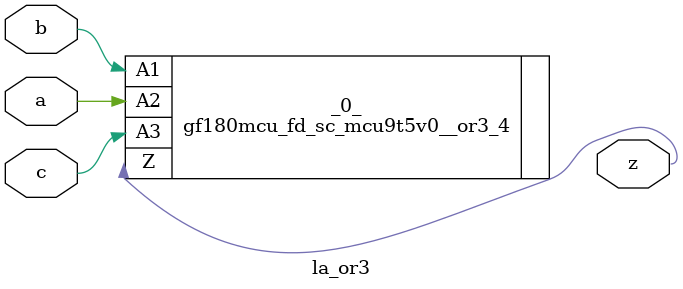
<source format=v>
/* Generated by Yosys 0.37 (git sha1 a5c7f69ed, clang 14.0.0-1ubuntu1.1 -fPIC -Os) */

module la_or3(a, b, c, z);
  input a;
  wire a;
  input b;
  wire b;
  input c;
  wire c;
  output z;
  wire z;
  gf180mcu_fd_sc_mcu9t5v0__or3_4 _0_ (
    .A1(b),
    .A2(a),
    .A3(c),
    .Z(z)
  );
endmodule

</source>
